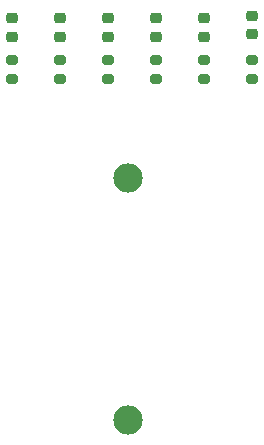
<source format=gts>
G04 #@! TF.GenerationSoftware,KiCad,Pcbnew,7.0.2*
G04 #@! TF.CreationDate,2024-10-17T18:39:25+08:00*
G04 #@! TF.ProjectId,blinker,626c696e-6b65-4722-9e6b-696361645f70,rev?*
G04 #@! TF.SameCoordinates,Original*
G04 #@! TF.FileFunction,Soldermask,Top*
G04 #@! TF.FilePolarity,Negative*
%FSLAX46Y46*%
G04 Gerber Fmt 4.6, Leading zero omitted, Abs format (unit mm)*
G04 Created by KiCad (PCBNEW 7.0.2) date 2024-10-17 18:39:25*
%MOMM*%
%LPD*%
G01*
G04 APERTURE LIST*
G04 Aperture macros list*
%AMRoundRect*
0 Rectangle with rounded corners*
0 $1 Rounding radius*
0 $2 $3 $4 $5 $6 $7 $8 $9 X,Y pos of 4 corners*
0 Add a 4 corners polygon primitive as box body*
4,1,4,$2,$3,$4,$5,$6,$7,$8,$9,$2,$3,0*
0 Add four circle primitives for the rounded corners*
1,1,$1+$1,$2,$3*
1,1,$1+$1,$4,$5*
1,1,$1+$1,$6,$7*
1,1,$1+$1,$8,$9*
0 Add four rect primitives between the rounded corners*
20,1,$1+$1,$2,$3,$4,$5,0*
20,1,$1+$1,$4,$5,$6,$7,0*
20,1,$1+$1,$6,$7,$8,$9,0*
20,1,$1+$1,$8,$9,$2,$3,0*%
G04 Aperture macros list end*
%ADD10RoundRect,0.218750X-0.256250X0.218750X-0.256250X-0.218750X0.256250X-0.218750X0.256250X0.218750X0*%
%ADD11C,2.484000*%
%ADD12RoundRect,0.200000X0.275000X-0.200000X0.275000X0.200000X-0.275000X0.200000X-0.275000X-0.200000X0*%
G04 APERTURE END LIST*
D10*
X64516000Y-20320000D03*
X64516000Y-21895000D03*
X60452000Y-20548500D03*
X60452000Y-22123500D03*
X56388000Y-20548500D03*
X56388000Y-22123500D03*
X52324000Y-20548500D03*
X52324000Y-22123500D03*
X48260000Y-20548500D03*
X48260000Y-22123500D03*
D11*
X54000000Y-34052800D03*
X54000000Y-54542800D03*
D12*
X64516000Y-24067000D03*
X64516000Y-25717000D03*
X60452000Y-25717000D03*
X60452000Y-24067000D03*
X56388000Y-24067000D03*
X56388000Y-25717000D03*
X52324000Y-25717000D03*
X52324000Y-24067000D03*
X48260000Y-25717000D03*
X48260000Y-24067000D03*
X44196000Y-24067000D03*
X44196000Y-25717000D03*
D10*
X44196000Y-20548500D03*
X44196000Y-22123500D03*
M02*

</source>
